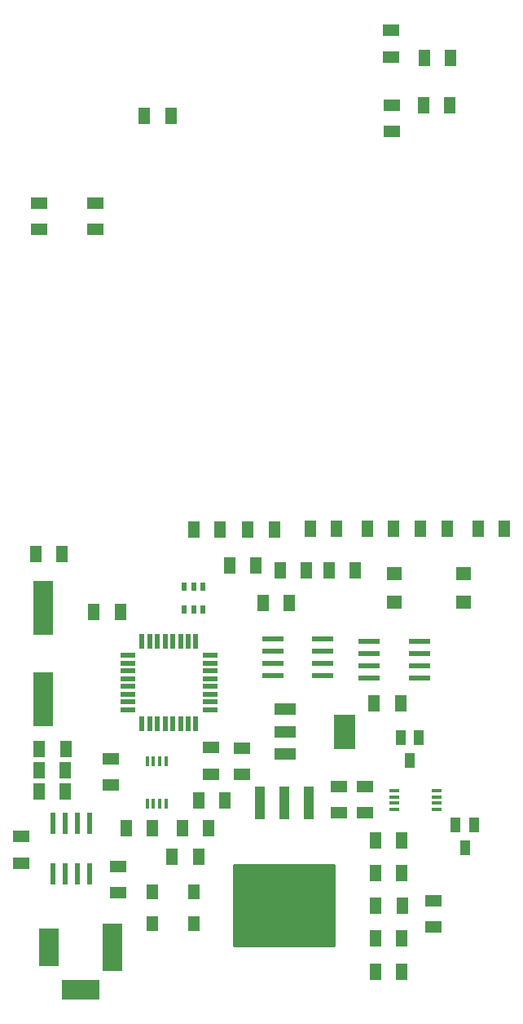
<source format=gbr>
G04 EAGLE Gerber X2 export*
%TF.Part,Single*%
%TF.FileFunction,Paste,Top*%
%TF.FilePolarity,Positive*%
%TF.GenerationSoftware,Autodesk,EAGLE,9.1.1*%
%TF.CreationDate,2018-07-18T19:57:23Z*%
G75*
%MOMM*%
%FSLAX34Y34*%
%LPD*%
%AMOC8*
5,1,8,0,0,1.08239X$1,22.5*%
G01*
%ADD10R,2.100000X5.000000*%
%ADD11R,2.000000X4.000000*%
%ADD12R,4.000000X2.000000*%
%ADD13R,1.250000X1.750000*%
%ADD14R,1.750000X1.250000*%
%ADD15R,1.200000X1.520000*%
%ADD16R,0.600000X2.200000*%
%ADD17R,1.600000X1.400000*%
%ADD18C,0.430000*%
%ADD19R,1.000000X3.400000*%
%ADD20R,1.000000X1.500000*%
%ADD21R,2.200000X0.600000*%
%ADD22R,0.400000X1.000000*%
%ADD23R,2.235200X1.219200*%
%ADD24R,2.200000X3.600000*%
%ADD25R,1.000000X0.400000*%
%ADD26R,0.550000X1.500000*%
%ADD27R,1.500000X0.550000*%
%ADD28R,0.600000X0.900000*%
%ADD29R,2.100000X5.600000*%


D10*
X137000Y70200D03*
D11*
X71000Y70200D03*
D12*
X104000Y26200D03*
D13*
X151250Y194200D03*
X178750Y194200D03*
D14*
X119300Y842950D03*
X119300Y815450D03*
X61000Y842950D03*
X61000Y815450D03*
D13*
X84850Y478200D03*
X57350Y478200D03*
X88550Y276200D03*
X61050Y276200D03*
X338750Y461700D03*
X311250Y461700D03*
X117950Y418200D03*
X145450Y418200D03*
D14*
X271700Y249950D03*
X271700Y277450D03*
D13*
X226650Y223200D03*
X254150Y223200D03*
X237350Y193700D03*
X209850Y193700D03*
X226550Y164200D03*
X199050Y164200D03*
D14*
X135000Y266450D03*
X135000Y238950D03*
X399200Y209950D03*
X399200Y237450D03*
D13*
X286150Y466700D03*
X258650Y466700D03*
X320850Y428200D03*
X293350Y428200D03*
D15*
X222100Y128000D03*
X178900Y128000D03*
X178900Y95000D03*
X222100Y95000D03*
D13*
X277750Y504100D03*
X305250Y504100D03*
X484950Y505100D03*
X457450Y505100D03*
D16*
X87850Y146800D03*
X87850Y198800D03*
X75150Y146800D03*
X100550Y146800D03*
X113250Y146800D03*
X75150Y198800D03*
X100550Y198800D03*
X113250Y198800D03*
D13*
X389550Y461700D03*
X362050Y461700D03*
D14*
X372500Y209950D03*
X372500Y237450D03*
D13*
X438050Y114000D03*
X410550Y114000D03*
X437750Y79500D03*
X410250Y79500D03*
X437950Y45500D03*
X410450Y45500D03*
X460150Y944500D03*
X487650Y944500D03*
D14*
X427600Y944250D03*
X427600Y916750D03*
D13*
X488550Y993500D03*
X461050Y993500D03*
D14*
X427000Y994250D03*
X427000Y1021750D03*
D13*
X544450Y504500D03*
X516950Y504500D03*
X170350Y933100D03*
X197850Y933100D03*
D14*
X41900Y157850D03*
X41900Y185350D03*
D13*
X221450Y504200D03*
X248950Y504200D03*
D14*
X143100Y154350D03*
X143100Y126850D03*
D13*
X88050Y232100D03*
X60550Y232100D03*
X60750Y254600D03*
X88250Y254600D03*
X342650Y504700D03*
X370150Y504700D03*
X401850Y505000D03*
X429350Y505000D03*
D14*
X239500Y250050D03*
X239500Y277550D03*
D13*
X437750Y181000D03*
X410250Y181000D03*
D14*
X470700Y118750D03*
X470700Y91250D03*
D13*
X409150Y324000D03*
X436650Y324000D03*
X437850Y147500D03*
X410350Y147500D03*
D17*
X430100Y428600D03*
X502100Y428600D03*
X430100Y458600D03*
X502100Y458600D03*
D18*
X366850Y155050D02*
X264150Y155050D01*
X366850Y155050D02*
X366850Y73350D01*
X264150Y73350D01*
X264150Y155050D01*
X264150Y77435D02*
X366850Y77435D01*
X366850Y81520D02*
X264150Y81520D01*
X264150Y85605D02*
X366850Y85605D01*
X366850Y89690D02*
X264150Y89690D01*
X264150Y93775D02*
X366850Y93775D01*
X366850Y97860D02*
X264150Y97860D01*
X264150Y101945D02*
X366850Y101945D01*
X366850Y106030D02*
X264150Y106030D01*
X264150Y110115D02*
X366850Y110115D01*
X366850Y114200D02*
X264150Y114200D01*
X264150Y118285D02*
X366850Y118285D01*
X366850Y122370D02*
X264150Y122370D01*
X264150Y126455D02*
X366850Y126455D01*
X366850Y130540D02*
X264150Y130540D01*
X264150Y134625D02*
X366850Y134625D01*
X366850Y138710D02*
X264150Y138710D01*
X264150Y142795D02*
X366850Y142795D01*
X366850Y146880D02*
X264150Y146880D01*
X264150Y150965D02*
X366850Y150965D01*
X366850Y155050D02*
X264150Y155050D01*
D19*
X315500Y220200D03*
X290100Y220200D03*
X340900Y220200D03*
D20*
X503300Y173500D03*
X493800Y197500D03*
X512800Y197500D03*
X446200Y264000D03*
X436700Y288000D03*
X455700Y288000D03*
D21*
X303900Y377550D03*
X355900Y377550D03*
X303900Y390250D03*
X303900Y364850D03*
X303900Y352150D03*
X355900Y390250D03*
X355900Y364850D03*
X355900Y352150D03*
D22*
X192650Y263900D03*
X186150Y263900D03*
X179650Y263900D03*
X173150Y263900D03*
X173150Y219900D03*
X179650Y219900D03*
X186150Y219900D03*
X192650Y219900D03*
D23*
X316212Y317314D03*
X316212Y294200D03*
X316212Y271086D03*
D24*
X378190Y294200D03*
D25*
X474400Y213450D03*
X474400Y219950D03*
X474400Y226450D03*
X474400Y232950D03*
X430400Y232950D03*
X430400Y226450D03*
X430400Y219950D03*
X430400Y213450D03*
D26*
X167800Y302200D03*
X175800Y302200D03*
X183800Y302200D03*
X191800Y302200D03*
X199800Y302200D03*
X207800Y302200D03*
X215800Y302200D03*
X223800Y302200D03*
D27*
X238800Y317200D03*
X238800Y325200D03*
X238800Y333200D03*
X238800Y341200D03*
X238800Y349200D03*
X238800Y357200D03*
X238800Y365200D03*
X238800Y373200D03*
D26*
X223800Y388200D03*
X215800Y388200D03*
X207800Y388200D03*
X199800Y388200D03*
X191800Y388200D03*
X183800Y388200D03*
X175800Y388200D03*
X167800Y388200D03*
D27*
X152800Y373200D03*
X152800Y365200D03*
X152800Y357200D03*
X152800Y349200D03*
X152800Y341200D03*
X152800Y333200D03*
X152800Y325200D03*
X152800Y317200D03*
D21*
X456000Y362950D03*
X404000Y362950D03*
X456000Y350250D03*
X456000Y375650D03*
X456000Y388350D03*
X404000Y350250D03*
X404000Y375650D03*
X404000Y388350D03*
D28*
X230800Y444300D03*
X221300Y444300D03*
X211800Y444300D03*
X211800Y421300D03*
X221300Y421300D03*
X230800Y421300D03*
D29*
X65300Y327800D03*
X65300Y422800D03*
M02*

</source>
